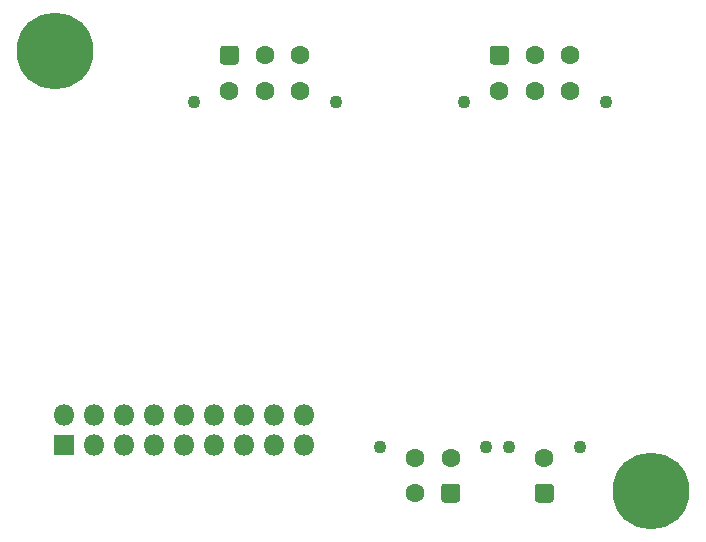
<source format=gbr>
%TF.GenerationSoftware,KiCad,Pcbnew,(5.1.6-0-10_14)*%
%TF.CreationDate,2021-03-12T18:27:13+01:00*%
%TF.ProjectId,CAN_Display,43414e5f-4469-4737-906c-61792e6b6963,rev?*%
%TF.SameCoordinates,Original*%
%TF.FileFunction,Soldermask,Bot*%
%TF.FilePolarity,Negative*%
%FSLAX46Y46*%
G04 Gerber Fmt 4.6, Leading zero omitted, Abs format (unit mm)*
G04 Created by KiCad (PCBNEW (5.1.6-0-10_14)) date 2021-03-12 18:27:13*
%MOMM*%
%LPD*%
G01*
G04 APERTURE LIST*
%ADD10O,1.800000X1.800000*%
%ADD11R,1.800000X1.800000*%
%ADD12C,1.600000*%
%ADD13C,1.100000*%
%ADD14C,0.900000*%
%ADD15C,6.500000*%
G04 APERTURE END LIST*
D10*
%TO.C,J1*%
X151892000Y-111760000D03*
X151892000Y-114300000D03*
X149352000Y-111760000D03*
X149352000Y-114300000D03*
X146812000Y-111760000D03*
X146812000Y-114300000D03*
X144272000Y-111760000D03*
X144272000Y-114300000D03*
X141732000Y-111760000D03*
X141732000Y-114300000D03*
X139192000Y-111760000D03*
X139192000Y-114300000D03*
X136652000Y-111760000D03*
X136652000Y-114300000D03*
X134112000Y-111760000D03*
X134112000Y-114300000D03*
X131572000Y-111760000D03*
D11*
X131572000Y-114300000D03*
%TD*%
D12*
%TO.C,J2*%
X174402000Y-84280000D03*
X171402000Y-84280000D03*
X168402000Y-84280000D03*
X174402000Y-81280000D03*
X171402000Y-81280000D03*
G36*
G01*
X167602000Y-81813333D02*
X167602000Y-80746667D01*
G75*
G02*
X167868667Y-80480000I266667J0D01*
G01*
X168935333Y-80480000D01*
G75*
G02*
X169202000Y-80746667I0J-266667D01*
G01*
X169202000Y-81813333D01*
G75*
G02*
X168935333Y-82080000I-266667J0D01*
G01*
X167868667Y-82080000D01*
G75*
G02*
X167602000Y-81813333I0J266667D01*
G01*
G37*
D13*
X177402000Y-85220000D03*
X165402000Y-85220000D03*
%TD*%
D12*
%TO.C,J5*%
X172212000Y-115364000D03*
G36*
G01*
X173012000Y-117830667D02*
X173012000Y-118897333D01*
G75*
G02*
X172745333Y-119164000I-266667J0D01*
G01*
X171678667Y-119164000D01*
G75*
G02*
X171412000Y-118897333I0J266667D01*
G01*
X171412000Y-117830667D01*
G75*
G02*
X171678667Y-117564000I266667J0D01*
G01*
X172745333Y-117564000D01*
G75*
G02*
X173012000Y-117830667I0J-266667D01*
G01*
G37*
D13*
X169212000Y-114424000D03*
X175212000Y-114424000D03*
%TD*%
D12*
%TO.C,J4*%
X151559000Y-84280000D03*
X148559000Y-84280000D03*
X145559000Y-84280000D03*
X151559000Y-81280000D03*
X148559000Y-81280000D03*
G36*
G01*
X144759000Y-81813333D02*
X144759000Y-80746667D01*
G75*
G02*
X145025667Y-80480000I266667J0D01*
G01*
X146092333Y-80480000D01*
G75*
G02*
X146359000Y-80746667I0J-266667D01*
G01*
X146359000Y-81813333D01*
G75*
G02*
X146092333Y-82080000I-266667J0D01*
G01*
X145025667Y-82080000D01*
G75*
G02*
X144759000Y-81813333I0J266667D01*
G01*
G37*
D13*
X154559000Y-85220000D03*
X142559000Y-85220000D03*
%TD*%
D14*
%TO.C,H2*%
X182972112Y-116459000D03*
X181275056Y-115756056D03*
X179578000Y-116459000D03*
X178875056Y-118156056D03*
X179578000Y-119853112D03*
X181275056Y-120556056D03*
X182972112Y-119853112D03*
X183675056Y-118156056D03*
D15*
X181275056Y-118156056D03*
%TD*%
D14*
%TO.C,H1*%
X132507056Y-79201944D03*
X130810000Y-78499000D03*
X129112944Y-79201944D03*
X128410000Y-80899000D03*
X129112944Y-82596056D03*
X130810000Y-83299000D03*
X132507056Y-82596056D03*
X133210000Y-80899000D03*
D15*
X130810000Y-80899000D03*
%TD*%
D12*
%TO.C,J3*%
X161290000Y-115364000D03*
X164290000Y-115364000D03*
X161290000Y-118364000D03*
G36*
G01*
X165090000Y-117830667D02*
X165090000Y-118897333D01*
G75*
G02*
X164823333Y-119164000I-266667J0D01*
G01*
X163756667Y-119164000D01*
G75*
G02*
X163490000Y-118897333I0J266667D01*
G01*
X163490000Y-117830667D01*
G75*
G02*
X163756667Y-117564000I266667J0D01*
G01*
X164823333Y-117564000D01*
G75*
G02*
X165090000Y-117830667I0J-266667D01*
G01*
G37*
D13*
X158290000Y-114424000D03*
X167290000Y-114424000D03*
%TD*%
M02*

</source>
